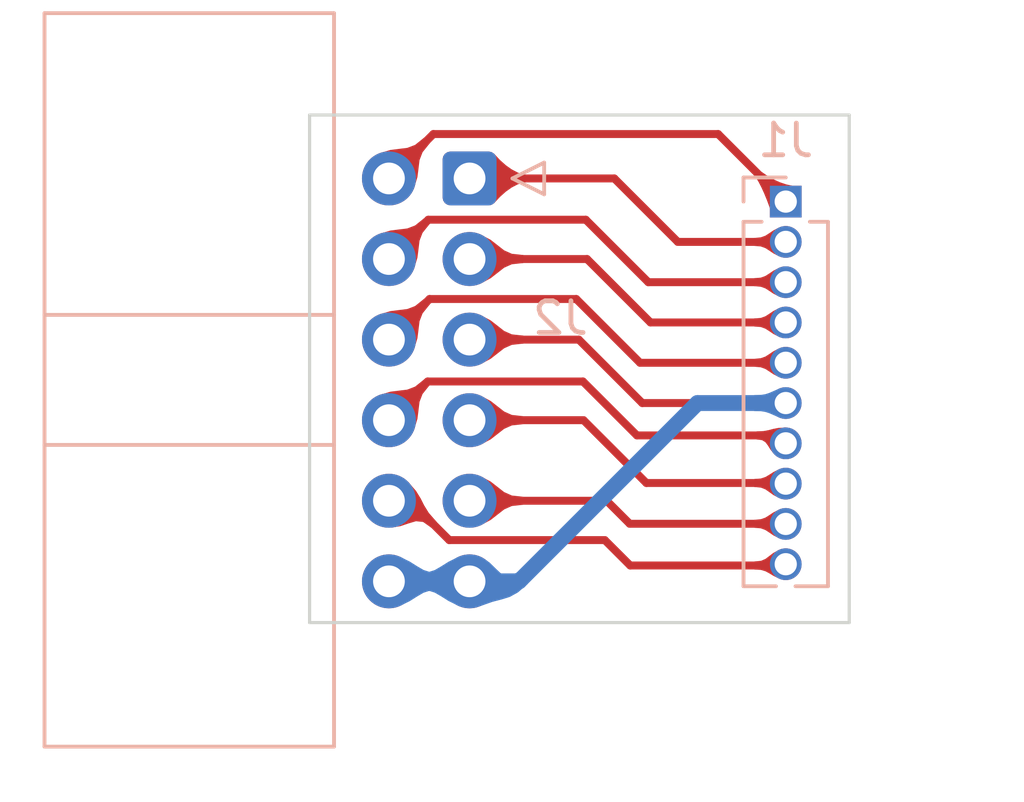
<source format=kicad_pcb>
(kicad_pcb (version 20221018) (generator pcbnew)
  (layers (0 "F.Cu" signal) (31 "B.Cu" signal) (34 "B.Paste" user) (35 "F.Paste" user) (36 "B.SilkS" user "B.Silkscreen") (37 "F.SilkS" user "F.Silkscreen") (38 "B.Mask" user) (39 "F.Mask" user) (44 "Edge.Cuts" user))
  (net 0 "")
  (net 1 "+3V3")
  (net 2 "/SWCLK")
  (net 3 "/SWDIO")
  (net 4 "/NRST")
  (net 5 "GNDD")
  (net 6 "/UART_TX")
  (net 7 "/UART_RX")
  (net 8 "/GPIO1")
  (net 9 "/GPIO2")
  (net 10 "+5V")
  (footprint "Connector_IDC:IDC-Header_2x06_P2.54mm_Horizontal" (layer "B.Cu") (at 137.04 84 180)
    (fp_text reference "J2" (at -2.86 -4.4) (layer "B.SilkS") (effects (justify mirror)))
    (fp_text value "Conn_02x06_Odd_Even")
    (fp_line (start -2.35 -0.5) (end -1.35 0) (stroke (width 0.12)) (layer "B.SilkS"))
    (fp_line (start -2.35 0.5) (end -2.35 -0.5) (stroke (width 0.12)) (layer "B.SilkS"))
    (fp_line (start -1.35 0) (end -2.35 0.5) (stroke (width 0.12)) (layer "B.SilkS"))
    (fp_line (start 4.27 -17.91) (end 4.27 5.21) (stroke (width 0.12)) (layer "B.SilkS"))
    (fp_line (start 4.27 -8.4) (end 13.39 -8.4) (stroke (width 0.12)) (layer "B.SilkS"))
    (fp_line (start 4.27 -4.3) (end 13.39 -4.3) (stroke (width 0.12)) (layer "B.SilkS"))
    (fp_line (start 4.27 5.21) (end 13.39 5.21) (stroke (width 0.12)) (layer "B.SilkS"))
    (fp_line (start 13.39 -17.91) (end 4.27 -17.91) (stroke (width 0.12)) (layer "B.SilkS"))
    (fp_line (start 13.39 5.21) (end 13.39 -17.91) (stroke (width 0.12)) (layer "B.SilkS"))
    (pad "1" thru_hole roundrect (at 0 0 180) (size 1.7 1.7) (drill 1) (layers "*.Cu" "*.Mask") (roundrect_rratio 0.147059) (net 10 "+5V"))
    (pad "2" thru_hole circle (at 2.54 0 180) (size 1.7 1.7) (drill 1) (layers "*.Cu" "*.Mask") (net 1 "+3V3"))
    (pad "3" thru_hole circle (at 0 -2.54 180) (size 1.7 1.7) (drill 1) (layers "*.Cu" "*.Mask") (net 3 "/SWDIO"))
    (pad "4" thru_hole circle (at 2.54 -2.54 180) (size 1.7 1.7) (drill 1) (layers "*.Cu" "*.Mask") (net 2 "/SWCLK"))
    (pad "5" thru_hole circle (at 0 -5.08 180) (size 1.7 1.7) (drill 1) (layers "*.Cu" "*.Mask") (net 5 "GNDD"))
    (pad "6" thru_hole circle (at 2.54 -5.08 180) (size 1.7 1.7) (drill 1) (layers "*.Cu" "*.Mask") (net 4 "/NRST"))
    (pad "7" thru_hole circle (at 0 -7.62 180) (size 1.7 1.7) (drill 1) (layers "*.Cu" "*.Mask") (net 7 "/UART_RX"))
    (pad "8" thru_hole circle (at 2.54 -7.62 180) (size 1.7 1.7) (drill 1) (layers "*.Cu" "*.Mask") (net 6 "/UART_TX"))
    (pad "9" thru_hole circle (at 0 -10.16 180) (size 1.7 1.7) (drill 1) (layers "*.Cu" "*.Mask") (net 8 "/GPIO1"))
    (pad "10" thru_hole circle (at 2.54 -10.16 180) (size 1.7 1.7) (drill 1) (layers "*.Cu" "*.Mask") (net 9 "/GPIO2"))
    (pad "11" thru_hole circle (at 0 -12.7 180) (size 1.7 1.7) (drill 1) (layers "*.Cu" "*.Mask") (net 5 "GNDD"))
    (pad "12" thru_hole circle (at 2.54 -12.7 180) (size 1.7 1.7) (drill 1) (layers "*.Cu" "*.Mask") (net 5 "GNDD"))
  )
  (footprint "Connector_PinSocket_1.27mm:PinSocket_1x10_P1.27mm_Vertical" (layer "B.Cu") (at 147 84.73 180)
    (fp_text reference "J1" (at 0 1.93) (layer "B.SilkS") (effects (justify mirror)))
    (fp_text value "Conn_01x10_Socket")
    (fp_line (start -1.33 -12.125) (end -0.30753 -12.125) (stroke (width 0.12)) (layer "B.SilkS"))
    (fp_line (start -1.33 -0.635) (end -1.33 -12.125) (stroke (width 0.12)) (layer "B.SilkS"))
    (fp_line (start -1.33 -0.635) (end -0.76 -0.635) (stroke (width 0.12)) (layer "B.SilkS"))
    (fp_line (start 0 0.76) (end 1.33 0.76) (stroke (width 0.12)) (layer "B.SilkS"))
    (fp_line (start 0.30753 -12.125) (end 1.33 -12.125) (stroke (width 0.12)) (layer "B.SilkS"))
    (fp_line (start 0.76 -0.635) (end 1.33 -0.635) (stroke (width 0.12)) (layer "B.SilkS"))
    (fp_line (start 1.33 -0.635) (end 1.33 -12.125) (stroke (width 0.12)) (layer "B.SilkS"))
    (fp_line (start 1.33 0.76) (end 1.33 0) (stroke (width 0.12)) (layer "B.SilkS"))
    (pad "1" thru_hole rect (at 0 0 180) (size 1 1) (drill 0.7) (layers "*.Cu" "*.Mask") (net 1 "+3V3"))
    (pad "2" thru_hole oval (at 0 -1.27 180) (size 1 1) (drill 0.7) (layers "*.Cu" "*.Mask") (net 10 "+5V"))
    (pad "3" thru_hole oval (at 0 -2.54 180) (size 1 1) (drill 0.7) (layers "*.Cu" "*.Mask") (net 2 "/SWCLK"))
    (pad "4" thru_hole oval (at 0 -3.81 180) (size 1 1) (drill 0.7) (layers "*.Cu" "*.Mask") (net 3 "/SWDIO"))
    (pad "5" thru_hole oval (at 0 -5.08 180) (size 1 1) (drill 0.7) (layers "*.Cu" "*.Mask") (net 4 "/NRST"))
    (pad "6" thru_hole oval (at 0 -6.35 180) (size 1 1) (drill 0.7) (layers "*.Cu" "*.Mask") (net 5 "GNDD"))
    (pad "7" thru_hole oval (at 0 -7.62 180) (size 1 1) (drill 0.7) (layers "*.Cu" "*.Mask") (net 6 "/UART_TX"))
    (pad "8" thru_hole oval (at 0 -8.89 180) (size 1 1) (drill 0.7) (layers "*.Cu" "*.Mask") (net 7 "/UART_RX"))
    (pad "9" thru_hole oval (at 0 -10.16 180) (size 1 1) (drill 0.7) (layers "*.Cu" "*.Mask") (net 8 "/GPIO1"))
    (pad "10" thru_hole oval (at 0 -11.43 180) (size 1 1) (drill 0.7) (layers "*.Cu" "*.Mask") (net 9 "/GPIO2"))
  )
  (gr_line (start 132 82) (end 149 82) (stroke (width 0.1)) (layer "Edge.Cuts"))
  (gr_line (start 149 98) (end 132 98) (stroke (width 0.1)) (layer "Edge.Cuts"))
  (gr_line (start 132 98) (end 132 82) (stroke (width 0.1)) (layer "Edge.Cuts"))
  (gr_line (start 149 82) (end 149 98) (stroke (width 0.1)) (layer "Edge.Cuts"))
  (segment (start 144.87 82.6) (end 147 84.73) (width 0.25) (layer "F.Cu") (net 1))
  (segment (start 135.9 82.6) (end 144.87 82.6) (width 0.25) (layer "F.Cu") (net 1))
  (segment (start 134.5 84) (end 135.9 82.6) (width 0.25) (layer "F.Cu") (net 1))
  (segment (start 135.74 85.3) (end 140.7 85.3) (width 0.25) (layer "F.Cu") (net 2))
  (segment (start 134.5 86.54) (end 135.74 85.3) (width 0.25) (layer "F.Cu") (net 2))
  (segment (start 140.7 85.3) (end 142.67 87.27) (width 0.25) (layer "F.Cu") (net 2))
  (segment (start 142.67 87.27) (end 147 87.27) (width 0.25) (layer "F.Cu") (net 2))
  (segment (start 137.04 86.54) (end 140.74 86.54) (width 0.25) (layer "F.Cu") (net 3))
  (segment (start 142.74 88.54) (end 147 88.54) (width 0.25) (layer "F.Cu") (net 3))
  (segment (start 140.74 86.54) (end 142.74 88.54) (width 0.25) (layer "F.Cu") (net 3))
  (segment (start 134.5 89.08) (end 135.78 87.8) (width 0.25) (layer "F.Cu") (net 4))
  (segment (start 140.4 87.8) (end 142.41 89.81) (width 0.25) (layer "F.Cu") (net 4))
  (segment (start 135.78 87.8) (end 140.4 87.8) (width 0.25) (layer "F.Cu") (net 4))
  (segment (start 142.41 89.81) (end 147 89.81) (width 0.25) (layer "F.Cu") (net 4))
  (segment (start 142.48 91.08) (end 147 91.08) (width 0.25) (layer "F.Cu") (net 5))
  (segment (start 137.04 89.08) (end 140.48 89.08) (width 0.25) (layer "F.Cu") (net 5))
  (segment (start 140.48 89.08) (end 142.48 91.08) (width 0.25) (layer "F.Cu") (net 5))
  (segment (start 138.6 96.7) (end 144.22 91.08) (width 0.5) (layer "B.Cu") (net 5))
  (segment (start 144.22 91.08) (end 147 91.08) (width 0.5) (layer "B.Cu") (net 5))
  (segment (start 137.04 96.7) (end 138.6 96.7) (width 0.5) (layer "B.Cu") (net 5))
  (segment (start 134.5 96.7) (end 137.04 96.7) (width 0.5) (layer "B.Cu") (net 5))
  (segment (start 146.75 92.1) (end 147 92.35) (width 0.25) (layer "F.Cu") (net 6))
  (segment (start 142.311802 92.1) (end 146.75 92.1) (width 0.25) (layer "F.Cu") (net 6))
  (segment (start 140.611802 90.4) (end 142.311802 92.1) (width 0.25) (layer "F.Cu") (net 6))
  (segment (start 134.5 91.62) (end 135.72 90.4) (width 0.25) (layer "F.Cu") (net 6))
  (segment (start 135.72 90.4) (end 140.611802 90.4) (width 0.25) (layer "F.Cu") (net 6))
  (segment (start 137.04 91.62) (end 140.63 91.62) (width 0.25) (layer "F.Cu") (net 7))
  (segment (start 140.63 91.62) (end 142.61 93.6) (width 0.25) (layer "F.Cu") (net 7))
  (segment (start 146.98 93.6) (end 147 93.62) (width 0.25) (layer "F.Cu") (net 7))
  (segment (start 142.61 93.6) (end 146.98 93.6) (width 0.25) (layer "F.Cu") (net 7))
  (segment (start 146.995 94.885) (end 147 94.89) (width 0.25) (layer "F.Cu") (net 8))
  (segment (start 137.04 94.16) (end 141.36 94.16) (width 0.25) (layer "F.Cu") (net 8))
  (segment (start 142.085 94.885) (end 146.995 94.885) (width 0.25) (layer "F.Cu") (net 8))
  (segment (start 141.36 94.16) (end 142.085 94.885) (width 0.25) (layer "F.Cu") (net 8))
  (segment (start 136.4 95.4) (end 141.3 95.4) (width 0.25) (layer "F.Cu") (net 9))
  (segment (start 142.1 96.2) (end 146.96 96.2) (width 0.25) (layer "F.Cu") (net 9))
  (segment (start 141.3 95.4) (end 142.1 96.2) (width 0.25) (layer "F.Cu") (net 9))
  (segment (start 134.5 94.16) (end 135.16 94.16) (width 0.25) (layer "F.Cu") (net 9))
  (segment (start 146.96 96.2) (end 147 96.16) (width 0.25) (layer "F.Cu") (net 9))
  (segment (start 135.16 94.16) (end 136.4 95.4) (width 0.25) (layer "F.Cu") (net 9))
  (segment (start 147 86) (end 143.6 86) (width 0.25) (layer "F.Cu") (net 10))
  (segment (start 143.6 86) (end 141.6 84) (width 0.25) (layer "F.Cu") (net 10))
  (segment (start 141.6 84) (end 137.04 84) (width 0.25) (layer "F.Cu") (net 10))
)
</source>
